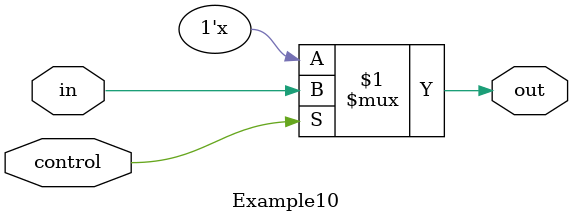
<source format=v>
`timescale 1ns / 1ps
 

module Example10(out, in, control);
output out;
input in, control;

// always @(in or control)

assign out = (control) ? in : 1'bZ ;

endmodule

</source>
